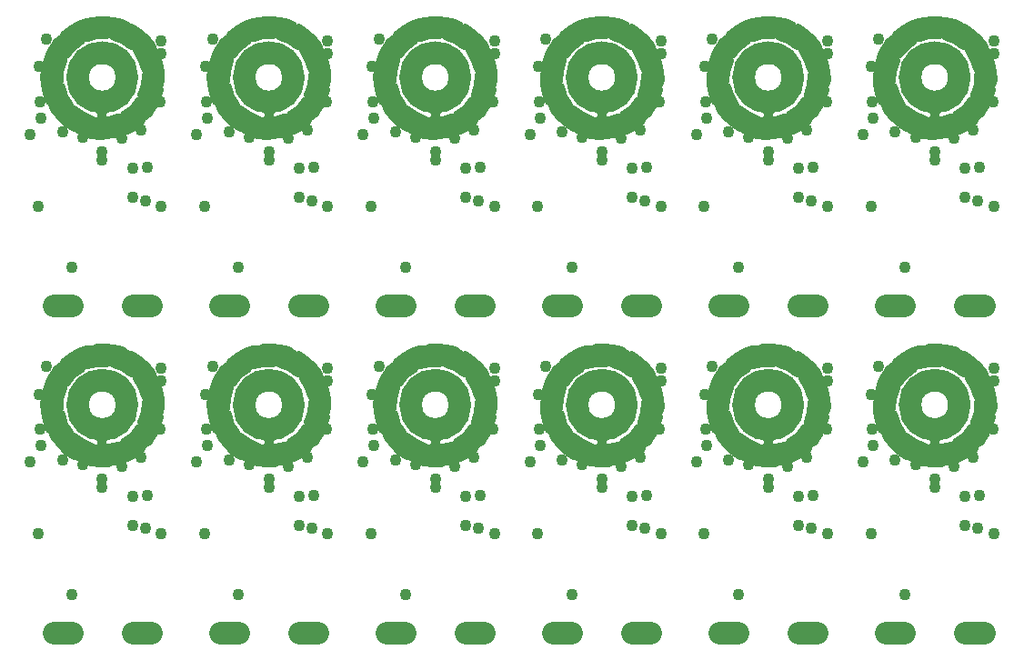
<source format=gbr>
%FSLAX34Y34*%
%MOMM*%
%LNSOLDERMASK_TOP*%
G71*
G01*
%ADD10C, 1.100*%
%ADD11C, 2.100*%
%ADD12C, 0.750*%
%ADD13R, 1.300X1.300*%
%LPD*%
X84000Y-116000D02*
G54D10*
D03*
X139000Y-50000D02*
G54D10*
D03*
X139000Y-62000D02*
G54D10*
D03*
X138000Y-107000D02*
G54D10*
D03*
X102000Y-141000D02*
G54D10*
D03*
X66000Y-140000D02*
G54D10*
D03*
X26000Y-107000D02*
G54D10*
D03*
X25000Y-74000D02*
G54D10*
D03*
X32000Y-48000D02*
G54D10*
D03*
G54D11*
X112500Y-296500D02*
X129500Y-296500D01*
G54D11*
X38500Y-296500D02*
X55500Y-296500D01*
X126000Y-168000D02*
G54D10*
D03*
X139000Y-204000D02*
G54D10*
D03*
X112000Y-196000D02*
G54D10*
D03*
X112000Y-169000D02*
G54D10*
D03*
X120000Y-133000D02*
G54D10*
D03*
X124000Y-199000D02*
G54D10*
D03*
X24500Y-204000D02*
G54D10*
D03*
X47000Y-135000D02*
G54D10*
D03*
X17000Y-137000D02*
G54D10*
D03*
X56000Y-261000D02*
G54D10*
D03*
X27000Y-122000D02*
G54D10*
D03*
X84000Y-153000D02*
G54D10*
D03*
X84000Y-161000D02*
G54D10*
D03*
G36*
X79958Y-123583D02*
X93964Y-136207D01*
X99059Y-136001D01*
X106599Y-133146D01*
X113418Y-129295D01*
X120292Y-123996D01*
X98350Y-121424D01*
X90205Y-123610D01*
X79958Y-123583D01*
G37*
G54D12*
X79958Y-123583D02*
X93964Y-136207D01*
X99059Y-136001D01*
X106599Y-133146D01*
X113418Y-129295D01*
X120292Y-123996D01*
X98350Y-121424D01*
X90205Y-123610D01*
X79958Y-123583D01*
G36*
X57453Y-113644D02*
X61364Y-132089D01*
X65607Y-134918D01*
X73385Y-137039D01*
X81165Y-137932D01*
X89841Y-137686D01*
X73602Y-122707D01*
X65728Y-119688D01*
X57453Y-113644D01*
G37*
G54D12*
X57453Y-113644D02*
X61364Y-132089D01*
X65607Y-134918D01*
X73385Y-137039D01*
X81165Y-137932D01*
X89841Y-137686D01*
X73602Y-122707D01*
X65728Y-119688D01*
X57453Y-113644D01*
G36*
X45125Y-92236D02*
X37448Y-109457D01*
X39217Y-114239D01*
X44263Y-120527D01*
X50033Y-125823D01*
X57196Y-130724D01*
X52863Y-109061D01*
X48266Y-101990D01*
X45125Y-92236D01*
G37*
G54D12*
X45125Y-92236D02*
X37448Y-109457D01*
X39217Y-114239D01*
X44263Y-120527D01*
X50033Y-125823D01*
X57196Y-130724D01*
X52863Y-109061D01*
X48266Y-101990D01*
X45125Y-92236D01*
G36*
X47406Y-68038D02*
X31072Y-77457D01*
X29693Y-82366D01*
X30079Y-90419D01*
X31634Y-98095D01*
X34549Y-106270D01*
X43776Y-86197D01*
X44214Y-77775D01*
X47406Y-68038D01*
G37*
G54D12*
X47406Y-68038D02*
X31072Y-77457D01*
X29693Y-82366D01*
X30079Y-90419D01*
X31634Y-98095D01*
X34549Y-106270D01*
X43776Y-86197D01*
X44214Y-77775D01*
X47406Y-68038D01*
G36*
X64130Y-49616D02*
X45379Y-47636D01*
X41378Y-50796D01*
X36956Y-57538D01*
X33703Y-64662D01*
X31256Y-72989D01*
X50520Y-62174D01*
X55824Y-55617D01*
X64130Y-49616D01*
G37*
G54D12*
X64130Y-49616D02*
X45379Y-47636D01*
X41378Y-50796D01*
X36956Y-57538D01*
X33703Y-64662D01*
X31256Y-72989D01*
X50520Y-62174D01*
X55824Y-55617D01*
X64130Y-49616D01*
G36*
X88057Y-44430D02*
X74051Y-31806D01*
X68956Y-32012D01*
X61416Y-34867D01*
X54597Y-38718D01*
X47723Y-44016D01*
X69664Y-46589D01*
X77810Y-44403D01*
X88057Y-44430D01*
G37*
G54D12*
X88057Y-44430D02*
X74051Y-31806D01*
X68956Y-32012D01*
X61416Y-34867D01*
X54597Y-38718D01*
X47723Y-44016D01*
X69664Y-46589D01*
X77810Y-44403D01*
X88057Y-44430D01*
G36*
X110572Y-54474D02*
X106662Y-36029D01*
X102419Y-33201D01*
X94641Y-31079D01*
X86860Y-30187D01*
X78185Y-30432D01*
X94424Y-45411D01*
X102298Y-48430D01*
X110572Y-54474D01*
G37*
G54D12*
X110572Y-54474D02*
X106662Y-36029D01*
X102419Y-33201D01*
X94641Y-31079D01*
X86860Y-30187D01*
X78185Y-30432D01*
X94424Y-45411D01*
X102298Y-48430D01*
X110572Y-54474D01*
G36*
X123093Y-75266D02*
X130830Y-58172D01*
X129094Y-53671D01*
X124048Y-47383D01*
X118279Y-42088D01*
X111116Y-37187D01*
X115449Y-58850D01*
X120045Y-65921D01*
X123093Y-75266D01*
G37*
G54D12*
X123093Y-75266D02*
X130830Y-58172D01*
X129094Y-53671D01*
X124048Y-47383D01*
X118279Y-42088D01*
X111116Y-37187D01*
X115449Y-58850D01*
X120045Y-65921D01*
X123093Y-75266D01*
G36*
X120373Y-100042D02*
X136706Y-90622D01*
X138085Y-85713D01*
X137699Y-77660D01*
X136144Y-69985D01*
X133229Y-61810D01*
X124002Y-81882D01*
X123564Y-90304D01*
X120373Y-100042D01*
G37*
G54D12*
X120373Y-100042D02*
X136706Y-90622D01*
X138085Y-85713D01*
X137699Y-77660D01*
X136144Y-69985D01*
X133229Y-61810D01*
X124002Y-81882D01*
X123564Y-90304D01*
X120373Y-100042D01*
G36*
X103885Y-118398D02*
X122636Y-120377D01*
X126637Y-117217D01*
X131058Y-110475D01*
X134312Y-103351D01*
X136759Y-95024D01*
X117495Y-105840D01*
X112191Y-112396D01*
X103885Y-118398D01*
G37*
G54D12*
X103885Y-118398D02*
X122636Y-120377D01*
X126637Y-117217D01*
X131058Y-110475D01*
X134312Y-103351D01*
X136759Y-95024D01*
X117495Y-105840D01*
X112191Y-112396D01*
X103885Y-118398D01*
X122000Y-111000D02*
G54D13*
D03*
X131000Y-82000D02*
G54D13*
D03*
X122000Y-56000D02*
G54D13*
D03*
X98000Y-39000D02*
G54D13*
D03*
X69000Y-39000D02*
G54D13*
D03*
X46000Y-57000D02*
G54D13*
D03*
X37000Y-84000D02*
G54D13*
D03*
X47000Y-111000D02*
G54D13*
D03*
X70000Y-128000D02*
G54D13*
D03*
X99000Y-128000D02*
G54D13*
D03*
G54D11*
G75*
G01X107000Y-84000D02*
G03X107000Y-84000I-23000J0D01*
G01*
X239000Y-116000D02*
G54D10*
D03*
X294000Y-50000D02*
G54D10*
D03*
X294000Y-62000D02*
G54D10*
D03*
X293000Y-107000D02*
G54D10*
D03*
X257000Y-141000D02*
G54D10*
D03*
X221000Y-140000D02*
G54D10*
D03*
X181000Y-107000D02*
G54D10*
D03*
X180000Y-74000D02*
G54D10*
D03*
X187000Y-48000D02*
G54D10*
D03*
G54D11*
X267500Y-296500D02*
X284500Y-296500D01*
G54D11*
X193500Y-296500D02*
X210500Y-296500D01*
X281000Y-168000D02*
G54D10*
D03*
X294000Y-204000D02*
G54D10*
D03*
X267000Y-196000D02*
G54D10*
D03*
X267000Y-169000D02*
G54D10*
D03*
X275000Y-133000D02*
G54D10*
D03*
X279000Y-199000D02*
G54D10*
D03*
X179500Y-204000D02*
G54D10*
D03*
X202000Y-135000D02*
G54D10*
D03*
X172000Y-137000D02*
G54D10*
D03*
X211000Y-261000D02*
G54D10*
D03*
X182000Y-122000D02*
G54D10*
D03*
X239000Y-153000D02*
G54D10*
D03*
X239000Y-161000D02*
G54D10*
D03*
G36*
X234958Y-123583D02*
X248964Y-136207D01*
X254059Y-136001D01*
X261599Y-133146D01*
X268418Y-129295D01*
X275292Y-123996D01*
X253350Y-121424D01*
X245205Y-123610D01*
X234958Y-123583D01*
G37*
G54D12*
X234958Y-123583D02*
X248964Y-136207D01*
X254059Y-136001D01*
X261599Y-133146D01*
X268418Y-129295D01*
X275292Y-123996D01*
X253350Y-121424D01*
X245205Y-123610D01*
X234958Y-123583D01*
G36*
X212453Y-113644D02*
X216364Y-132089D01*
X220607Y-134918D01*
X228385Y-137039D01*
X236165Y-137932D01*
X244841Y-137686D01*
X228602Y-122707D01*
X220728Y-119688D01*
X212453Y-113644D01*
G37*
G54D12*
X212453Y-113644D02*
X216364Y-132089D01*
X220607Y-134918D01*
X228385Y-137039D01*
X236165Y-137932D01*
X244841Y-137686D01*
X228602Y-122707D01*
X220728Y-119688D01*
X212453Y-113644D01*
G36*
X200125Y-92236D02*
X192448Y-109457D01*
X194217Y-114239D01*
X199263Y-120527D01*
X205033Y-125823D01*
X212196Y-130724D01*
X207863Y-109061D01*
X203266Y-101990D01*
X200125Y-92236D01*
G37*
G54D12*
X200125Y-92236D02*
X192448Y-109457D01*
X194217Y-114239D01*
X199263Y-120527D01*
X205033Y-125823D01*
X212196Y-130724D01*
X207863Y-109061D01*
X203266Y-101990D01*
X200125Y-92236D01*
G36*
X202406Y-68038D02*
X186072Y-77457D01*
X184693Y-82366D01*
X185079Y-90419D01*
X186634Y-98095D01*
X189549Y-106270D01*
X198776Y-86197D01*
X199214Y-77775D01*
X202406Y-68038D01*
G37*
G54D12*
X202406Y-68038D02*
X186072Y-77457D01*
X184693Y-82366D01*
X185079Y-90419D01*
X186634Y-98095D01*
X189549Y-106270D01*
X198776Y-86197D01*
X199214Y-77775D01*
X202406Y-68038D01*
G36*
X219130Y-49616D02*
X200379Y-47636D01*
X196378Y-50796D01*
X191956Y-57538D01*
X188703Y-64662D01*
X186256Y-72989D01*
X205520Y-62174D01*
X210824Y-55617D01*
X219130Y-49616D01*
G37*
G54D12*
X219130Y-49616D02*
X200379Y-47636D01*
X196378Y-50796D01*
X191956Y-57538D01*
X188703Y-64662D01*
X186256Y-72989D01*
X205520Y-62174D01*
X210824Y-55617D01*
X219130Y-49616D01*
G36*
X243057Y-44430D02*
X229051Y-31806D01*
X223956Y-32012D01*
X216416Y-34867D01*
X209597Y-38718D01*
X202723Y-44016D01*
X224664Y-46589D01*
X232810Y-44403D01*
X243057Y-44430D01*
G37*
G54D12*
X243057Y-44430D02*
X229051Y-31806D01*
X223956Y-32012D01*
X216416Y-34867D01*
X209597Y-38718D01*
X202723Y-44016D01*
X224664Y-46589D01*
X232810Y-44403D01*
X243057Y-44430D01*
G36*
X265572Y-54474D02*
X261662Y-36029D01*
X257419Y-33201D01*
X249641Y-31079D01*
X241860Y-30187D01*
X233185Y-30433D01*
X249424Y-45411D01*
X257298Y-48430D01*
X265572Y-54474D01*
G37*
G54D12*
X265572Y-54474D02*
X261662Y-36029D01*
X257419Y-33201D01*
X249641Y-31079D01*
X241860Y-30187D01*
X233185Y-30433D01*
X249424Y-45411D01*
X257298Y-48430D01*
X265572Y-54474D01*
G36*
X278093Y-75266D02*
X285830Y-58172D01*
X284094Y-53671D01*
X279048Y-47383D01*
X273279Y-42088D01*
X266116Y-37187D01*
X270449Y-58850D01*
X275045Y-65921D01*
X278093Y-75266D01*
G37*
G54D12*
X278093Y-75266D02*
X285830Y-58172D01*
X284094Y-53671D01*
X279048Y-47383D01*
X273279Y-42088D01*
X266116Y-37187D01*
X270449Y-58850D01*
X275045Y-65921D01*
X278093Y-75266D01*
G36*
X275373Y-100042D02*
X291706Y-90622D01*
X293085Y-85713D01*
X292699Y-77660D01*
X291144Y-69985D01*
X288229Y-61810D01*
X279002Y-81882D01*
X278564Y-90304D01*
X275373Y-100042D01*
G37*
G54D12*
X275373Y-100042D02*
X291706Y-90622D01*
X293085Y-85713D01*
X292699Y-77660D01*
X291144Y-69985D01*
X288229Y-61810D01*
X279002Y-81882D01*
X278564Y-90304D01*
X275373Y-100042D01*
G36*
X258885Y-118398D02*
X277636Y-120377D01*
X281637Y-117217D01*
X286058Y-110475D01*
X289312Y-103351D01*
X291759Y-95024D01*
X272495Y-105840D01*
X267191Y-112396D01*
X258885Y-118398D01*
G37*
G54D12*
X258885Y-118398D02*
X277636Y-120377D01*
X281637Y-117217D01*
X286058Y-110475D01*
X289312Y-103351D01*
X291759Y-95024D01*
X272495Y-105840D01*
X267191Y-112396D01*
X258885Y-118398D01*
X277000Y-111000D02*
G54D13*
D03*
X286000Y-82000D02*
G54D13*
D03*
X277000Y-56000D02*
G54D13*
D03*
X253000Y-39000D02*
G54D13*
D03*
X224000Y-39000D02*
G54D13*
D03*
X201000Y-57000D02*
G54D13*
D03*
X192000Y-84000D02*
G54D13*
D03*
X202000Y-111000D02*
G54D13*
D03*
X225000Y-128000D02*
G54D13*
D03*
X254000Y-128000D02*
G54D13*
D03*
G54D11*
G75*
G01X262000Y-84000D02*
G03X262000Y-84000I-23000J0D01*
G01*
X394000Y-116000D02*
G54D10*
D03*
X449000Y-50000D02*
G54D10*
D03*
X449000Y-62000D02*
G54D10*
D03*
X448000Y-107000D02*
G54D10*
D03*
X412000Y-141000D02*
G54D10*
D03*
X376000Y-140000D02*
G54D10*
D03*
X336000Y-107000D02*
G54D10*
D03*
X335000Y-74000D02*
G54D10*
D03*
X342000Y-48000D02*
G54D10*
D03*
G54D11*
X422500Y-296500D02*
X439500Y-296500D01*
G54D11*
X348500Y-296500D02*
X365500Y-296500D01*
X436000Y-168000D02*
G54D10*
D03*
X449000Y-204000D02*
G54D10*
D03*
X422000Y-196000D02*
G54D10*
D03*
X422000Y-169000D02*
G54D10*
D03*
X430000Y-133000D02*
G54D10*
D03*
X434000Y-199000D02*
G54D10*
D03*
X334500Y-204000D02*
G54D10*
D03*
X357000Y-135000D02*
G54D10*
D03*
X327000Y-137000D02*
G54D10*
D03*
X366000Y-261000D02*
G54D10*
D03*
X337000Y-122000D02*
G54D10*
D03*
X394000Y-153000D02*
G54D10*
D03*
X394000Y-161000D02*
G54D10*
D03*
G36*
X389958Y-123583D02*
X403964Y-136207D01*
X409059Y-136001D01*
X416599Y-133146D01*
X423418Y-129295D01*
X430292Y-123996D01*
X408350Y-121424D01*
X400205Y-123610D01*
X389958Y-123583D01*
G37*
G54D12*
X389958Y-123583D02*
X403964Y-136207D01*
X409059Y-136001D01*
X416599Y-133146D01*
X423418Y-129295D01*
X430292Y-123996D01*
X408350Y-121424D01*
X400205Y-123610D01*
X389958Y-123583D01*
G36*
X367453Y-113644D02*
X371364Y-132089D01*
X375607Y-134918D01*
X383385Y-137039D01*
X391165Y-137932D01*
X399841Y-137686D01*
X383602Y-122707D01*
X375728Y-119688D01*
X367453Y-113644D01*
G37*
G54D12*
X367453Y-113644D02*
X371364Y-132089D01*
X375607Y-134918D01*
X383385Y-137039D01*
X391165Y-137932D01*
X399841Y-137686D01*
X383602Y-122707D01*
X375728Y-119688D01*
X367453Y-113644D01*
G36*
X355125Y-92236D02*
X347448Y-109457D01*
X349217Y-114239D01*
X354263Y-120527D01*
X360033Y-125823D01*
X367196Y-130724D01*
X362863Y-109061D01*
X358266Y-101990D01*
X355125Y-92236D01*
G37*
G54D12*
X355125Y-92236D02*
X347448Y-109457D01*
X349217Y-114239D01*
X354263Y-120527D01*
X360033Y-125823D01*
X367196Y-130724D01*
X362863Y-109061D01*
X358266Y-101990D01*
X355125Y-92236D01*
G36*
X357406Y-68038D02*
X341072Y-77457D01*
X339693Y-82366D01*
X340079Y-90419D01*
X341634Y-98095D01*
X344549Y-106270D01*
X353776Y-86197D01*
X354214Y-77775D01*
X357406Y-68038D01*
G37*
G54D12*
X357406Y-68038D02*
X341072Y-77457D01*
X339693Y-82366D01*
X340079Y-90419D01*
X341634Y-98095D01*
X344549Y-106270D01*
X353776Y-86197D01*
X354214Y-77775D01*
X357406Y-68038D01*
G36*
X374130Y-49616D02*
X355379Y-47636D01*
X351378Y-50796D01*
X346956Y-57538D01*
X343703Y-64662D01*
X341256Y-72989D01*
X360520Y-62174D01*
X365824Y-55617D01*
X374130Y-49616D01*
G37*
G54D12*
X374130Y-49616D02*
X355379Y-47636D01*
X351378Y-50796D01*
X346956Y-57538D01*
X343703Y-64662D01*
X341256Y-72989D01*
X360520Y-62174D01*
X365824Y-55617D01*
X374130Y-49616D01*
G36*
X398057Y-44430D02*
X384051Y-31806D01*
X378956Y-32012D01*
X371416Y-34867D01*
X364597Y-38718D01*
X357723Y-44016D01*
X379664Y-46589D01*
X387810Y-44403D01*
X398057Y-44430D01*
G37*
G54D12*
X398057Y-44430D02*
X384051Y-31806D01*
X378956Y-32012D01*
X371416Y-34867D01*
X364597Y-38718D01*
X357723Y-44016D01*
X379664Y-46589D01*
X387810Y-44403D01*
X398057Y-44430D01*
G36*
X420572Y-54474D02*
X416662Y-36029D01*
X412419Y-33201D01*
X404641Y-31079D01*
X396860Y-30187D01*
X388185Y-30433D01*
X404424Y-45411D01*
X412298Y-48430D01*
X420572Y-54474D01*
G37*
G54D12*
X420572Y-54474D02*
X416662Y-36029D01*
X412419Y-33201D01*
X404641Y-31079D01*
X396860Y-30187D01*
X388185Y-30433D01*
X404424Y-45411D01*
X412298Y-48430D01*
X420572Y-54474D01*
G36*
X433094Y-75266D02*
X440830Y-58172D01*
X439094Y-53671D01*
X434048Y-47383D01*
X428279Y-42088D01*
X421116Y-37187D01*
X425449Y-58850D01*
X430045Y-65921D01*
X433094Y-75266D01*
G37*
G54D12*
X433094Y-75266D02*
X440830Y-58172D01*
X439094Y-53671D01*
X434048Y-47383D01*
X428279Y-42088D01*
X421116Y-37187D01*
X425449Y-58850D01*
X430045Y-65921D01*
X433094Y-75266D01*
G36*
X430373Y-100042D02*
X446706Y-90622D01*
X448086Y-85713D01*
X447700Y-77660D01*
X446144Y-69985D01*
X443230Y-61810D01*
X434002Y-81882D01*
X433564Y-90304D01*
X430373Y-100042D01*
G37*
G54D12*
X430373Y-100042D02*
X446706Y-90622D01*
X448086Y-85713D01*
X447700Y-77660D01*
X446144Y-69985D01*
X443230Y-61810D01*
X434002Y-81882D01*
X433564Y-90304D01*
X430373Y-100042D01*
G36*
X413885Y-118398D02*
X432636Y-120377D01*
X436637Y-117217D01*
X441058Y-110475D01*
X444312Y-103351D01*
X446759Y-95024D01*
X427495Y-105840D01*
X422191Y-112396D01*
X413885Y-118398D01*
G37*
G54D12*
X413885Y-118398D02*
X432636Y-120377D01*
X436637Y-117217D01*
X441058Y-110475D01*
X444312Y-103351D01*
X446759Y-95024D01*
X427495Y-105840D01*
X422191Y-112396D01*
X413885Y-118398D01*
X432000Y-111000D02*
G54D13*
D03*
X441000Y-82000D02*
G54D13*
D03*
X432000Y-56000D02*
G54D13*
D03*
X408000Y-39000D02*
G54D13*
D03*
X379000Y-39000D02*
G54D13*
D03*
X356000Y-57000D02*
G54D13*
D03*
X347000Y-84000D02*
G54D13*
D03*
X357000Y-111000D02*
G54D13*
D03*
X380000Y-128000D02*
G54D13*
D03*
X409000Y-128000D02*
G54D13*
D03*
G54D11*
G75*
G01X417000Y-84000D02*
G03X417000Y-84000I-23000J0D01*
G01*
X549000Y-116000D02*
G54D10*
D03*
X604000Y-50000D02*
G54D10*
D03*
X604000Y-62000D02*
G54D10*
D03*
X603000Y-107000D02*
G54D10*
D03*
X567000Y-141000D02*
G54D10*
D03*
X531000Y-140000D02*
G54D10*
D03*
X491000Y-107000D02*
G54D10*
D03*
X490000Y-74000D02*
G54D10*
D03*
X497000Y-48000D02*
G54D10*
D03*
G54D11*
X577500Y-296500D02*
X594500Y-296500D01*
G54D11*
X503500Y-296500D02*
X520500Y-296500D01*
X591000Y-168000D02*
G54D10*
D03*
X604000Y-204000D02*
G54D10*
D03*
X577000Y-196000D02*
G54D10*
D03*
X577000Y-169000D02*
G54D10*
D03*
X585000Y-133000D02*
G54D10*
D03*
X589000Y-199000D02*
G54D10*
D03*
X489500Y-204000D02*
G54D10*
D03*
X512000Y-135000D02*
G54D10*
D03*
X482000Y-137000D02*
G54D10*
D03*
X521000Y-261000D02*
G54D10*
D03*
X492000Y-122000D02*
G54D10*
D03*
X549000Y-153000D02*
G54D10*
D03*
X549000Y-161000D02*
G54D10*
D03*
G36*
X544958Y-123583D02*
X558964Y-136207D01*
X564059Y-136001D01*
X571599Y-133146D01*
X578418Y-129295D01*
X585292Y-123996D01*
X563350Y-121424D01*
X555205Y-123610D01*
X544958Y-123583D01*
G37*
G54D12*
X544958Y-123583D02*
X558964Y-136207D01*
X564059Y-136001D01*
X571599Y-133146D01*
X578418Y-129295D01*
X585292Y-123996D01*
X563350Y-121424D01*
X555205Y-123610D01*
X544958Y-123583D01*
G36*
X522453Y-113644D02*
X526364Y-132089D01*
X530607Y-134918D01*
X538385Y-137039D01*
X546165Y-137932D01*
X554841Y-137686D01*
X538602Y-122707D01*
X530728Y-119688D01*
X522453Y-113644D01*
G37*
G54D12*
X522453Y-113644D02*
X526364Y-132089D01*
X530607Y-134918D01*
X538385Y-137039D01*
X546165Y-137932D01*
X554841Y-137686D01*
X538602Y-122707D01*
X530728Y-119688D01*
X522453Y-113644D01*
G36*
X510125Y-92236D02*
X502448Y-109457D01*
X504217Y-114239D01*
X509263Y-120527D01*
X515033Y-125823D01*
X522196Y-130724D01*
X517863Y-109061D01*
X513266Y-101990D01*
X510125Y-92236D01*
G37*
G54D12*
X510125Y-92236D02*
X502448Y-109457D01*
X504217Y-114239D01*
X509263Y-120527D01*
X515033Y-125823D01*
X522196Y-130724D01*
X517863Y-109061D01*
X513266Y-101990D01*
X510125Y-92236D01*
G36*
X512406Y-68038D02*
X496072Y-77457D01*
X494693Y-82366D01*
X495079Y-90419D01*
X496634Y-98095D01*
X499549Y-106270D01*
X508776Y-86197D01*
X509214Y-77775D01*
X512406Y-68038D01*
G37*
G54D12*
X512406Y-68038D02*
X496072Y-77457D01*
X494693Y-82366D01*
X495079Y-90419D01*
X496634Y-98095D01*
X499549Y-106270D01*
X508776Y-86197D01*
X509214Y-77775D01*
X512406Y-68038D01*
G36*
X529130Y-49616D02*
X510379Y-47636D01*
X506378Y-50796D01*
X501956Y-57538D01*
X498703Y-64662D01*
X496256Y-72989D01*
X515520Y-62174D01*
X520824Y-55617D01*
X529130Y-49616D01*
G37*
G54D12*
X529130Y-49616D02*
X510379Y-47636D01*
X506378Y-50796D01*
X501956Y-57538D01*
X498703Y-64662D01*
X496256Y-72989D01*
X515520Y-62174D01*
X520824Y-55617D01*
X529130Y-49616D01*
G36*
X553057Y-44430D02*
X539051Y-31806D01*
X533956Y-32012D01*
X526416Y-34867D01*
X519597Y-38718D01*
X512723Y-44016D01*
X534664Y-46589D01*
X542810Y-44403D01*
X553057Y-44430D01*
G37*
G54D12*
X553057Y-44430D02*
X539051Y-31806D01*
X533956Y-32012D01*
X526416Y-34867D01*
X519597Y-38718D01*
X512723Y-44016D01*
X534664Y-46589D01*
X542810Y-44403D01*
X553057Y-44430D01*
G36*
X575573Y-54474D02*
X571662Y-36029D01*
X567419Y-33201D01*
X559641Y-31079D01*
X551860Y-30187D01*
X543185Y-30433D01*
X559424Y-45411D01*
X567298Y-48430D01*
X575573Y-54474D01*
G37*
G54D12*
X575573Y-54474D02*
X571662Y-36029D01*
X567419Y-33201D01*
X559641Y-31079D01*
X551860Y-30187D01*
X543185Y-30433D01*
X559424Y-45411D01*
X567298Y-48430D01*
X575573Y-54474D01*
G36*
X588093Y-75266D02*
X595830Y-58172D01*
X594094Y-53671D01*
X589049Y-47383D01*
X583279Y-42088D01*
X576116Y-37187D01*
X580449Y-58850D01*
X585045Y-65921D01*
X588093Y-75266D01*
G37*
G54D12*
X588093Y-75266D02*
X595830Y-58172D01*
X594094Y-53671D01*
X589049Y-47383D01*
X583279Y-42088D01*
X576116Y-37187D01*
X580449Y-58850D01*
X585045Y-65921D01*
X588093Y-75266D01*
G36*
X585373Y-100042D02*
X601706Y-90622D01*
X603085Y-85713D01*
X602699Y-77660D01*
X601144Y-69985D01*
X598229Y-61810D01*
X589002Y-81882D01*
X588565Y-90304D01*
X585373Y-100042D01*
G37*
G54D12*
X585373Y-100042D02*
X601706Y-90622D01*
X603085Y-85713D01*
X602699Y-77660D01*
X601144Y-69985D01*
X598229Y-61810D01*
X589002Y-81882D01*
X588565Y-90304D01*
X585373Y-100042D01*
G36*
X568885Y-118398D02*
X587636Y-120377D01*
X591637Y-117217D01*
X596058Y-110475D01*
X599312Y-103351D01*
X601759Y-95024D01*
X582495Y-105840D01*
X577191Y-112396D01*
X568885Y-118398D01*
G37*
G54D12*
X568885Y-118398D02*
X587636Y-120377D01*
X591637Y-117217D01*
X596058Y-110475D01*
X599312Y-103351D01*
X601759Y-95024D01*
X582495Y-105840D01*
X577191Y-112396D01*
X568885Y-118398D01*
X587000Y-111000D02*
G54D13*
D03*
X596000Y-82000D02*
G54D13*
D03*
X587000Y-56000D02*
G54D13*
D03*
X563000Y-39000D02*
G54D13*
D03*
X534000Y-39000D02*
G54D13*
D03*
X511000Y-57000D02*
G54D13*
D03*
X502000Y-84000D02*
G54D13*
D03*
X512000Y-111000D02*
G54D13*
D03*
X535000Y-128000D02*
G54D13*
D03*
X564000Y-128000D02*
G54D13*
D03*
G54D11*
G75*
G01X572000Y-84000D02*
G03X572000Y-84000I-23000J0D01*
G01*
X704000Y-116000D02*
G54D10*
D03*
X759000Y-50000D02*
G54D10*
D03*
X759000Y-62000D02*
G54D10*
D03*
X758000Y-107000D02*
G54D10*
D03*
X722000Y-141000D02*
G54D10*
D03*
X686000Y-140000D02*
G54D10*
D03*
X646000Y-107000D02*
G54D10*
D03*
X645000Y-74000D02*
G54D10*
D03*
X652000Y-48000D02*
G54D10*
D03*
G54D11*
X732500Y-296500D02*
X749500Y-296500D01*
G54D11*
X658500Y-296500D02*
X675500Y-296500D01*
X746000Y-168000D02*
G54D10*
D03*
X759000Y-204000D02*
G54D10*
D03*
X732000Y-196000D02*
G54D10*
D03*
X732000Y-169000D02*
G54D10*
D03*
X740000Y-133000D02*
G54D10*
D03*
X744000Y-199000D02*
G54D10*
D03*
X644500Y-204000D02*
G54D10*
D03*
X667000Y-135000D02*
G54D10*
D03*
X637000Y-137000D02*
G54D10*
D03*
X676000Y-261000D02*
G54D10*
D03*
X647000Y-122000D02*
G54D10*
D03*
X704000Y-153000D02*
G54D10*
D03*
X704000Y-161000D02*
G54D10*
D03*
G36*
X699958Y-123583D02*
X713964Y-136207D01*
X719059Y-136001D01*
X726599Y-133146D01*
X733418Y-129295D01*
X740292Y-123996D01*
X718350Y-121424D01*
X710205Y-123610D01*
X699958Y-123583D01*
G37*
G54D12*
X699958Y-123583D02*
X713964Y-136207D01*
X719059Y-136001D01*
X726599Y-133146D01*
X733418Y-129295D01*
X740292Y-123996D01*
X718350Y-121424D01*
X710205Y-123610D01*
X699958Y-123583D01*
G36*
X677453Y-113644D02*
X681364Y-132089D01*
X685607Y-134918D01*
X693385Y-137039D01*
X701165Y-137932D01*
X709841Y-137686D01*
X693602Y-122707D01*
X685728Y-119688D01*
X677453Y-113644D01*
G37*
G54D12*
X677453Y-113644D02*
X681364Y-132089D01*
X685607Y-134918D01*
X693385Y-137039D01*
X701165Y-137932D01*
X709841Y-137686D01*
X693602Y-122707D01*
X685728Y-119688D01*
X677453Y-113644D01*
G36*
X665125Y-92236D02*
X657448Y-109457D01*
X659217Y-114239D01*
X664263Y-120527D01*
X670033Y-125823D01*
X677196Y-130724D01*
X672863Y-109061D01*
X668266Y-101990D01*
X665125Y-92236D01*
G37*
G54D12*
X665125Y-92236D02*
X657448Y-109457D01*
X659217Y-114239D01*
X664263Y-120527D01*
X670033Y-125823D01*
X677196Y-130724D01*
X672863Y-109061D01*
X668266Y-101990D01*
X665125Y-92236D01*
G36*
X667406Y-68038D02*
X651072Y-77457D01*
X649693Y-82366D01*
X650079Y-90419D01*
X651634Y-98095D01*
X654549Y-106270D01*
X663776Y-86197D01*
X664214Y-77775D01*
X667406Y-68038D01*
G37*
G54D12*
X667406Y-68038D02*
X651072Y-77457D01*
X649693Y-82366D01*
X650079Y-90419D01*
X651634Y-98095D01*
X654549Y-106270D01*
X663776Y-86197D01*
X664214Y-77775D01*
X667406Y-68038D01*
G36*
X684130Y-49616D02*
X665379Y-47636D01*
X661378Y-50796D01*
X656956Y-57538D01*
X653703Y-64662D01*
X651256Y-72989D01*
X670520Y-62174D01*
X675824Y-55617D01*
X684130Y-49616D01*
G37*
G54D12*
X684130Y-49616D02*
X665379Y-47636D01*
X661378Y-50796D01*
X656956Y-57538D01*
X653703Y-64662D01*
X651256Y-72989D01*
X670520Y-62174D01*
X675824Y-55617D01*
X684130Y-49616D01*
G36*
X708057Y-44430D02*
X694051Y-31806D01*
X688956Y-32012D01*
X681416Y-34867D01*
X674597Y-38718D01*
X667723Y-44016D01*
X689664Y-46589D01*
X697810Y-44403D01*
X708057Y-44430D01*
G37*
G54D12*
X708057Y-44430D02*
X694051Y-31806D01*
X688956Y-32012D01*
X681416Y-34867D01*
X674597Y-38718D01*
X667723Y-44016D01*
X689664Y-46589D01*
X697810Y-44403D01*
X708057Y-44430D01*
G36*
X730573Y-54474D02*
X726662Y-36029D01*
X722419Y-33201D01*
X714641Y-31079D01*
X706860Y-30187D01*
X698185Y-30432D01*
X714424Y-45411D01*
X722298Y-48430D01*
X730573Y-54474D01*
G37*
G54D12*
X730573Y-54474D02*
X726662Y-36029D01*
X722419Y-33201D01*
X714641Y-31079D01*
X706860Y-30187D01*
X698185Y-30432D01*
X714424Y-45411D01*
X722298Y-48430D01*
X730573Y-54474D01*
G36*
X743093Y-75266D02*
X750830Y-58172D01*
X749094Y-53671D01*
X744049Y-47383D01*
X738279Y-42088D01*
X731116Y-37187D01*
X735449Y-58850D01*
X740045Y-65921D01*
X743093Y-75266D01*
G37*
G54D12*
X743093Y-75266D02*
X750830Y-58172D01*
X749094Y-53671D01*
X744049Y-47383D01*
X738279Y-42088D01*
X731116Y-37187D01*
X735449Y-58850D01*
X740045Y-65921D01*
X743093Y-75266D01*
G36*
X740373Y-100042D02*
X756706Y-90622D01*
X758085Y-85713D01*
X757699Y-77660D01*
X756144Y-69985D01*
X753229Y-61810D01*
X744002Y-81882D01*
X743565Y-90304D01*
X740373Y-100042D01*
G37*
G54D12*
X740373Y-100042D02*
X756706Y-90622D01*
X758085Y-85713D01*
X757699Y-77660D01*
X756144Y-69985D01*
X753229Y-61810D01*
X744002Y-81882D01*
X743565Y-90304D01*
X740373Y-100042D01*
G36*
X723885Y-118398D02*
X742636Y-120377D01*
X746637Y-117217D01*
X751058Y-110475D01*
X754312Y-103351D01*
X756759Y-95024D01*
X737495Y-105840D01*
X732191Y-112396D01*
X723885Y-118398D01*
G37*
G54D12*
X723885Y-118398D02*
X742636Y-120377D01*
X746637Y-117217D01*
X751058Y-110475D01*
X754312Y-103351D01*
X756759Y-95024D01*
X737495Y-105840D01*
X732191Y-112396D01*
X723885Y-118398D01*
X742000Y-111000D02*
G54D13*
D03*
X751000Y-82000D02*
G54D13*
D03*
X742000Y-56000D02*
G54D13*
D03*
X718000Y-39000D02*
G54D13*
D03*
X689000Y-39000D02*
G54D13*
D03*
X666000Y-57000D02*
G54D13*
D03*
X657000Y-84000D02*
G54D13*
D03*
X667000Y-111000D02*
G54D13*
D03*
X690000Y-128000D02*
G54D13*
D03*
X719000Y-128000D02*
G54D13*
D03*
G54D11*
G75*
G01X727000Y-84000D02*
G03X727000Y-84000I-23000J0D01*
G01*
X859000Y-116000D02*
G54D10*
D03*
X914000Y-50000D02*
G54D10*
D03*
X914000Y-62000D02*
G54D10*
D03*
X913000Y-107000D02*
G54D10*
D03*
X877000Y-141000D02*
G54D10*
D03*
X841000Y-140000D02*
G54D10*
D03*
X801000Y-107000D02*
G54D10*
D03*
X800000Y-74000D02*
G54D10*
D03*
X807000Y-48000D02*
G54D10*
D03*
G54D11*
X887500Y-296500D02*
X904500Y-296500D01*
G54D11*
X813500Y-296500D02*
X830500Y-296500D01*
X901000Y-168000D02*
G54D10*
D03*
X914000Y-204000D02*
G54D10*
D03*
X887000Y-196000D02*
G54D10*
D03*
X887000Y-169000D02*
G54D10*
D03*
X895000Y-133000D02*
G54D10*
D03*
X899000Y-199000D02*
G54D10*
D03*
X799500Y-204000D02*
G54D10*
D03*
X822000Y-135000D02*
G54D10*
D03*
X792000Y-137000D02*
G54D10*
D03*
X831000Y-261000D02*
G54D10*
D03*
X802000Y-122000D02*
G54D10*
D03*
X859000Y-153000D02*
G54D10*
D03*
X859000Y-161000D02*
G54D10*
D03*
G36*
X854958Y-123583D02*
X868964Y-136207D01*
X874059Y-136001D01*
X881599Y-133146D01*
X888418Y-129295D01*
X895292Y-123996D01*
X873350Y-121424D01*
X865205Y-123610D01*
X854958Y-123583D01*
G37*
G54D12*
X854958Y-123583D02*
X868964Y-136207D01*
X874059Y-136001D01*
X881599Y-133146D01*
X888418Y-129295D01*
X895292Y-123996D01*
X873350Y-121424D01*
X865205Y-123610D01*
X854958Y-123583D01*
G36*
X832453Y-113644D02*
X836364Y-132089D01*
X840607Y-134918D01*
X848385Y-137039D01*
X856165Y-137932D01*
X864841Y-137686D01*
X848602Y-122707D01*
X840728Y-119688D01*
X832453Y-113644D01*
G37*
G54D12*
X832453Y-113644D02*
X836364Y-132089D01*
X840607Y-134918D01*
X848385Y-137039D01*
X856165Y-137932D01*
X864841Y-137686D01*
X848602Y-122707D01*
X840728Y-119688D01*
X832453Y-113644D01*
G36*
X820125Y-92236D02*
X812448Y-109457D01*
X814217Y-114239D01*
X819263Y-120527D01*
X825033Y-125823D01*
X832196Y-130724D01*
X827863Y-109061D01*
X823266Y-101990D01*
X820125Y-92236D01*
G37*
G54D12*
X820125Y-92236D02*
X812448Y-109457D01*
X814217Y-114239D01*
X819263Y-120527D01*
X825033Y-125823D01*
X832196Y-130724D01*
X827863Y-109061D01*
X823266Y-101990D01*
X820125Y-92236D01*
G36*
X822406Y-68038D02*
X806072Y-77457D01*
X804693Y-82366D01*
X805079Y-90419D01*
X806634Y-98095D01*
X809549Y-106270D01*
X818776Y-86197D01*
X819214Y-77775D01*
X822406Y-68038D01*
G37*
G54D12*
X822406Y-68038D02*
X806072Y-77457D01*
X804693Y-82366D01*
X805079Y-90419D01*
X806634Y-98095D01*
X809549Y-106270D01*
X818776Y-86197D01*
X819214Y-77775D01*
X822406Y-68038D01*
G36*
X839130Y-49616D02*
X820379Y-47636D01*
X816378Y-50796D01*
X811956Y-57538D01*
X808703Y-64662D01*
X806256Y-72989D01*
X825520Y-62174D01*
X830824Y-55617D01*
X839130Y-49616D01*
G37*
G54D12*
X839130Y-49616D02*
X820379Y-47636D01*
X816378Y-50796D01*
X811956Y-57538D01*
X808703Y-64662D01*
X806256Y-72989D01*
X825520Y-62174D01*
X830824Y-55617D01*
X839130Y-49616D01*
G36*
X863057Y-44430D02*
X849051Y-31806D01*
X843956Y-32012D01*
X836416Y-34867D01*
X829597Y-38718D01*
X822723Y-44016D01*
X844664Y-46589D01*
X852810Y-44403D01*
X863057Y-44430D01*
G37*
G54D12*
X863057Y-44430D02*
X849051Y-31806D01*
X843956Y-32012D01*
X836416Y-34867D01*
X829597Y-38718D01*
X822723Y-44016D01*
X844664Y-46589D01*
X852810Y-44403D01*
X863057Y-44430D01*
G36*
X885573Y-54474D02*
X881662Y-36029D01*
X877419Y-33201D01*
X869641Y-31079D01*
X861860Y-30187D01*
X853185Y-30432D01*
X869424Y-45411D01*
X877298Y-48430D01*
X885573Y-54474D01*
G37*
G54D12*
X885573Y-54474D02*
X881662Y-36029D01*
X877419Y-33201D01*
X869641Y-31079D01*
X861860Y-30187D01*
X853185Y-30432D01*
X869424Y-45411D01*
X877298Y-48430D01*
X885573Y-54474D01*
G36*
X898093Y-75266D02*
X905830Y-58172D01*
X904094Y-53671D01*
X899049Y-47383D01*
X893279Y-42088D01*
X886116Y-37187D01*
X890449Y-58850D01*
X895045Y-65921D01*
X898093Y-75266D01*
G37*
G54D12*
X898093Y-75266D02*
X905830Y-58172D01*
X904094Y-53671D01*
X899049Y-47383D01*
X893279Y-42088D01*
X886116Y-37187D01*
X890449Y-58850D01*
X895045Y-65921D01*
X898093Y-75266D01*
G36*
X895373Y-100042D02*
X911706Y-90622D01*
X913085Y-85713D01*
X912699Y-77660D01*
X911144Y-69985D01*
X908229Y-61810D01*
X899002Y-81882D01*
X898565Y-90304D01*
X895373Y-100042D01*
G37*
G54D12*
X895373Y-100042D02*
X911706Y-90622D01*
X913085Y-85713D01*
X912699Y-77660D01*
X911144Y-69985D01*
X908229Y-61810D01*
X899002Y-81882D01*
X898565Y-90304D01*
X895373Y-100042D01*
G36*
X878885Y-118398D02*
X897636Y-120377D01*
X901637Y-117217D01*
X906058Y-110475D01*
X909312Y-103351D01*
X911759Y-95024D01*
X892495Y-105840D01*
X887191Y-112396D01*
X878885Y-118398D01*
G37*
G54D12*
X878885Y-118398D02*
X897636Y-120377D01*
X901637Y-117217D01*
X906058Y-110475D01*
X909312Y-103351D01*
X911759Y-95024D01*
X892495Y-105840D01*
X887191Y-112396D01*
X878885Y-118398D01*
X897000Y-111000D02*
G54D13*
D03*
X906000Y-82000D02*
G54D13*
D03*
X897000Y-56000D02*
G54D13*
D03*
X873000Y-39000D02*
G54D13*
D03*
X844000Y-39000D02*
G54D13*
D03*
X821000Y-57000D02*
G54D13*
D03*
X812000Y-84000D02*
G54D13*
D03*
X822000Y-111000D02*
G54D13*
D03*
X845000Y-128000D02*
G54D13*
D03*
X874000Y-128000D02*
G54D13*
D03*
G54D11*
G75*
G01X882000Y-84000D02*
G03X882000Y-84000I-23000J0D01*
G01*
X84000Y-421000D02*
G54D10*
D03*
X139000Y-355000D02*
G54D10*
D03*
X139000Y-367000D02*
G54D10*
D03*
X138000Y-412000D02*
G54D10*
D03*
X102000Y-446000D02*
G54D10*
D03*
X66000Y-445000D02*
G54D10*
D03*
X26000Y-412000D02*
G54D10*
D03*
X25000Y-379000D02*
G54D10*
D03*
X32000Y-353000D02*
G54D10*
D03*
G54D11*
X112500Y-601500D02*
X129500Y-601500D01*
G54D11*
X38500Y-601500D02*
X55500Y-601500D01*
X126000Y-473000D02*
G54D10*
D03*
X139000Y-509000D02*
G54D10*
D03*
X112000Y-501000D02*
G54D10*
D03*
X112000Y-474000D02*
G54D10*
D03*
X120000Y-438000D02*
G54D10*
D03*
X124000Y-504000D02*
G54D10*
D03*
X24500Y-509000D02*
G54D10*
D03*
X47000Y-440000D02*
G54D10*
D03*
X17000Y-442000D02*
G54D10*
D03*
X56000Y-566000D02*
G54D10*
D03*
X27000Y-427000D02*
G54D10*
D03*
X84000Y-458000D02*
G54D10*
D03*
X84000Y-466000D02*
G54D10*
D03*
G36*
X79958Y-428583D02*
X93964Y-441207D01*
X99059Y-441001D01*
X106599Y-438146D01*
X113418Y-434295D01*
X120292Y-428996D01*
X98350Y-426424D01*
X90205Y-428610D01*
X79958Y-428583D01*
G37*
G54D12*
X79958Y-428583D02*
X93964Y-441207D01*
X99059Y-441001D01*
X106599Y-438146D01*
X113418Y-434295D01*
X120292Y-428996D01*
X98350Y-426424D01*
X90205Y-428610D01*
X79958Y-428583D01*
G36*
X57453Y-418644D02*
X61364Y-437089D01*
X65607Y-439918D01*
X73385Y-442039D01*
X81165Y-442932D01*
X89841Y-442686D01*
X73602Y-427707D01*
X65728Y-424688D01*
X57453Y-418644D01*
G37*
G54D12*
X57453Y-418644D02*
X61364Y-437089D01*
X65607Y-439918D01*
X73385Y-442039D01*
X81165Y-442932D01*
X89841Y-442686D01*
X73602Y-427707D01*
X65728Y-424688D01*
X57453Y-418644D01*
G36*
X45125Y-397236D02*
X37448Y-414457D01*
X39217Y-419239D01*
X44263Y-425528D01*
X50033Y-430823D01*
X57196Y-435724D01*
X52863Y-414061D01*
X48266Y-406990D01*
X45125Y-397236D01*
G37*
G54D12*
X45125Y-397236D02*
X37448Y-414457D01*
X39217Y-419239D01*
X44263Y-425528D01*
X50033Y-430823D01*
X57196Y-435724D01*
X52863Y-414061D01*
X48266Y-406990D01*
X45125Y-397236D01*
G36*
X47406Y-373038D02*
X31072Y-382457D01*
X29693Y-387366D01*
X30079Y-395419D01*
X31634Y-403095D01*
X34549Y-411270D01*
X43776Y-391197D01*
X44214Y-382775D01*
X47406Y-373038D01*
G37*
G54D12*
X47406Y-373038D02*
X31072Y-382457D01*
X29693Y-387366D01*
X30079Y-395419D01*
X31634Y-403095D01*
X34549Y-411270D01*
X43776Y-391197D01*
X44214Y-382775D01*
X47406Y-373038D01*
G36*
X64130Y-354616D02*
X45379Y-352636D01*
X41378Y-355796D01*
X36956Y-362538D01*
X33703Y-369662D01*
X31256Y-377989D01*
X50520Y-367174D01*
X55824Y-360618D01*
X64130Y-354616D01*
G37*
G54D12*
X64130Y-354616D02*
X45379Y-352636D01*
X41378Y-355796D01*
X36956Y-362538D01*
X33703Y-369662D01*
X31256Y-377989D01*
X50520Y-367174D01*
X55824Y-360618D01*
X64130Y-354616D01*
G36*
X88057Y-349430D02*
X74051Y-336806D01*
X68956Y-337012D01*
X61416Y-339867D01*
X54597Y-343718D01*
X47723Y-349016D01*
X69664Y-351589D01*
X77810Y-349403D01*
X88057Y-349430D01*
G37*
G54D12*
X88057Y-349430D02*
X74051Y-336806D01*
X68956Y-337012D01*
X61416Y-339867D01*
X54597Y-343718D01*
X47723Y-349016D01*
X69664Y-351589D01*
X77810Y-349403D01*
X88057Y-349430D01*
G36*
X110572Y-359474D02*
X106662Y-341029D01*
X102419Y-338201D01*
X94641Y-336079D01*
X86860Y-335187D01*
X78185Y-335432D01*
X94424Y-350411D01*
X102298Y-353430D01*
X110572Y-359474D01*
G37*
G54D12*
X110572Y-359474D02*
X106662Y-341029D01*
X102419Y-338201D01*
X94641Y-336079D01*
X86860Y-335187D01*
X78185Y-335432D01*
X94424Y-350411D01*
X102298Y-353430D01*
X110572Y-359474D01*
G36*
X123093Y-380266D02*
X130830Y-363172D01*
X129094Y-358672D01*
X124048Y-352383D01*
X118279Y-347088D01*
X111116Y-342187D01*
X115449Y-363850D01*
X120045Y-370921D01*
X123093Y-380266D01*
G37*
G54D12*
X123093Y-380266D02*
X130830Y-363172D01*
X129094Y-358672D01*
X124048Y-352383D01*
X118279Y-347088D01*
X111116Y-342187D01*
X115449Y-363850D01*
X120045Y-370921D01*
X123093Y-380266D01*
G36*
X120373Y-405042D02*
X136706Y-395622D01*
X138085Y-390713D01*
X137699Y-382660D01*
X136144Y-374985D01*
X133229Y-366810D01*
X124002Y-386882D01*
X123564Y-395304D01*
X120373Y-405042D01*
G37*
G54D12*
X120373Y-405042D02*
X136706Y-395622D01*
X138085Y-390713D01*
X137699Y-382660D01*
X136144Y-374985D01*
X133229Y-366810D01*
X124002Y-386882D01*
X123564Y-395304D01*
X120373Y-405042D01*
G36*
X103885Y-423398D02*
X122636Y-425378D01*
X126637Y-422217D01*
X131058Y-415475D01*
X134312Y-408351D01*
X136759Y-400024D01*
X117495Y-410840D01*
X112191Y-417396D01*
X103885Y-423398D01*
G37*
G54D12*
X103885Y-423398D02*
X122636Y-425378D01*
X126637Y-422217D01*
X131058Y-415475D01*
X134312Y-408351D01*
X136759Y-400024D01*
X117495Y-410840D01*
X112191Y-417396D01*
X103885Y-423398D01*
X122000Y-416000D02*
G54D13*
D03*
X131000Y-387000D02*
G54D13*
D03*
X122000Y-361000D02*
G54D13*
D03*
X98000Y-344000D02*
G54D13*
D03*
X69000Y-344000D02*
G54D13*
D03*
X46000Y-362000D02*
G54D13*
D03*
X37000Y-389000D02*
G54D13*
D03*
X47000Y-416000D02*
G54D13*
D03*
X70000Y-433000D02*
G54D13*
D03*
X99000Y-433000D02*
G54D13*
D03*
G54D11*
G75*
G01X107000Y-389000D02*
G03X107000Y-389000I-23000J0D01*
G01*
X239000Y-421000D02*
G54D10*
D03*
X294000Y-355000D02*
G54D10*
D03*
X294000Y-367000D02*
G54D10*
D03*
X293000Y-412000D02*
G54D10*
D03*
X257000Y-446000D02*
G54D10*
D03*
X221000Y-445000D02*
G54D10*
D03*
X181000Y-412000D02*
G54D10*
D03*
X180000Y-379000D02*
G54D10*
D03*
X187000Y-353000D02*
G54D10*
D03*
G54D11*
X267500Y-601500D02*
X284500Y-601500D01*
G54D11*
X193500Y-601500D02*
X210500Y-601500D01*
X281000Y-473000D02*
G54D10*
D03*
X294000Y-509000D02*
G54D10*
D03*
X267000Y-501000D02*
G54D10*
D03*
X267000Y-474000D02*
G54D10*
D03*
X275000Y-438000D02*
G54D10*
D03*
X279000Y-504000D02*
G54D10*
D03*
X179500Y-509000D02*
G54D10*
D03*
X202000Y-440000D02*
G54D10*
D03*
X172000Y-442000D02*
G54D10*
D03*
X211000Y-566000D02*
G54D10*
D03*
X182000Y-427000D02*
G54D10*
D03*
X239000Y-458000D02*
G54D10*
D03*
X239000Y-466000D02*
G54D10*
D03*
G36*
X234958Y-428583D02*
X248964Y-441207D01*
X254059Y-441001D01*
X261599Y-438146D01*
X268418Y-434295D01*
X275292Y-428996D01*
X253350Y-426424D01*
X245205Y-428610D01*
X234958Y-428583D01*
G37*
G54D12*
X234958Y-428583D02*
X248964Y-441207D01*
X254059Y-441001D01*
X261599Y-438146D01*
X268418Y-434295D01*
X275292Y-428996D01*
X253350Y-426424D01*
X245205Y-428610D01*
X234958Y-428583D01*
G36*
X212453Y-418644D02*
X216364Y-437089D01*
X220607Y-439918D01*
X228385Y-442039D01*
X236165Y-442932D01*
X244841Y-442686D01*
X228602Y-427707D01*
X220728Y-424688D01*
X212453Y-418644D01*
G37*
G54D12*
X212453Y-418644D02*
X216364Y-437089D01*
X220607Y-439918D01*
X228385Y-442039D01*
X236165Y-442932D01*
X244841Y-442686D01*
X228602Y-427707D01*
X220728Y-424688D01*
X212453Y-418644D01*
G36*
X200125Y-397236D02*
X192448Y-414457D01*
X194217Y-419239D01*
X199263Y-425528D01*
X205033Y-430823D01*
X212196Y-435724D01*
X207863Y-414061D01*
X203266Y-406990D01*
X200125Y-397236D01*
G37*
G54D12*
X200125Y-397236D02*
X192448Y-414457D01*
X194217Y-419239D01*
X199263Y-425528D01*
X205033Y-430823D01*
X212196Y-435724D01*
X207863Y-414061D01*
X203266Y-406990D01*
X200125Y-397236D01*
G36*
X202406Y-373038D02*
X186072Y-382457D01*
X184693Y-387366D01*
X185079Y-395419D01*
X186634Y-403095D01*
X189549Y-411270D01*
X198776Y-391197D01*
X199214Y-382775D01*
X202406Y-373038D01*
G37*
G54D12*
X202406Y-373038D02*
X186072Y-382457D01*
X184693Y-387366D01*
X185079Y-395419D01*
X186634Y-403095D01*
X189549Y-411270D01*
X198776Y-391197D01*
X199214Y-382775D01*
X202406Y-373038D01*
G36*
X219130Y-354616D02*
X200379Y-352636D01*
X196378Y-355796D01*
X191956Y-362538D01*
X188703Y-369662D01*
X186256Y-377989D01*
X205520Y-367174D01*
X210824Y-360618D01*
X219130Y-354616D01*
G37*
G54D12*
X219130Y-354616D02*
X200379Y-352636D01*
X196378Y-355796D01*
X191956Y-362538D01*
X188703Y-369662D01*
X186256Y-377989D01*
X205520Y-367174D01*
X210824Y-360618D01*
X219130Y-354616D01*
G36*
X243057Y-349430D02*
X229051Y-336806D01*
X223956Y-337012D01*
X216416Y-339867D01*
X209597Y-343718D01*
X202723Y-349016D01*
X224664Y-351589D01*
X232810Y-349403D01*
X243057Y-349430D01*
G37*
G54D12*
X243057Y-349430D02*
X229051Y-336806D01*
X223956Y-337012D01*
X216416Y-339867D01*
X209597Y-343718D01*
X202723Y-349016D01*
X224664Y-351589D01*
X232810Y-349403D01*
X243057Y-349430D01*
G36*
X265572Y-359474D02*
X261662Y-341029D01*
X257419Y-338201D01*
X249641Y-336079D01*
X241860Y-335187D01*
X233185Y-335432D01*
X249424Y-350411D01*
X257298Y-353430D01*
X265572Y-359474D01*
G37*
G54D12*
X265572Y-359474D02*
X261662Y-341029D01*
X257419Y-338201D01*
X249641Y-336079D01*
X241860Y-335187D01*
X233185Y-335432D01*
X249424Y-350411D01*
X257298Y-353430D01*
X265572Y-359474D01*
G36*
X278093Y-380266D02*
X285830Y-363172D01*
X284094Y-358672D01*
X279048Y-352383D01*
X273279Y-347088D01*
X266116Y-342187D01*
X270449Y-363850D01*
X275045Y-370921D01*
X278093Y-380266D01*
G37*
G54D12*
X278093Y-380266D02*
X285830Y-363172D01*
X284094Y-358672D01*
X279048Y-352383D01*
X273279Y-347088D01*
X266116Y-342187D01*
X270449Y-363850D01*
X275045Y-370921D01*
X278093Y-380266D01*
G36*
X275373Y-405042D02*
X291706Y-395622D01*
X293085Y-390713D01*
X292699Y-382660D01*
X291144Y-374985D01*
X288229Y-366810D01*
X279002Y-386882D01*
X278564Y-395304D01*
X275373Y-405042D01*
G37*
G54D12*
X275373Y-405042D02*
X291706Y-395622D01*
X293085Y-390713D01*
X292699Y-382660D01*
X291144Y-374985D01*
X288229Y-366810D01*
X279002Y-386882D01*
X278564Y-395304D01*
X275373Y-405042D01*
G36*
X258885Y-423398D02*
X277636Y-425378D01*
X281637Y-422217D01*
X286058Y-415475D01*
X289312Y-408351D01*
X291759Y-400024D01*
X272495Y-410840D01*
X267191Y-417396D01*
X258885Y-423398D01*
G37*
G54D12*
X258885Y-423398D02*
X277636Y-425378D01*
X281637Y-422217D01*
X286058Y-415475D01*
X289312Y-408351D01*
X291759Y-400024D01*
X272495Y-410840D01*
X267191Y-417396D01*
X258885Y-423398D01*
X277000Y-416000D02*
G54D13*
D03*
X286000Y-387000D02*
G54D13*
D03*
X277000Y-361000D02*
G54D13*
D03*
X253000Y-344000D02*
G54D13*
D03*
X224000Y-344000D02*
G54D13*
D03*
X201000Y-362000D02*
G54D13*
D03*
X192000Y-389000D02*
G54D13*
D03*
X202000Y-416000D02*
G54D13*
D03*
X225000Y-433000D02*
G54D13*
D03*
X254000Y-433000D02*
G54D13*
D03*
G54D11*
G75*
G01X262000Y-389000D02*
G03X262000Y-389000I-23000J0D01*
G01*
X394000Y-421000D02*
G54D10*
D03*
X449000Y-355000D02*
G54D10*
D03*
X449000Y-367000D02*
G54D10*
D03*
X448000Y-412000D02*
G54D10*
D03*
X412000Y-446000D02*
G54D10*
D03*
X376000Y-445000D02*
G54D10*
D03*
X336000Y-412000D02*
G54D10*
D03*
X335000Y-379000D02*
G54D10*
D03*
X342000Y-353000D02*
G54D10*
D03*
G54D11*
X422500Y-601500D02*
X439500Y-601500D01*
G54D11*
X348500Y-601500D02*
X365500Y-601500D01*
X436000Y-473000D02*
G54D10*
D03*
X449000Y-509000D02*
G54D10*
D03*
X422000Y-501000D02*
G54D10*
D03*
X422000Y-474000D02*
G54D10*
D03*
X430000Y-438000D02*
G54D10*
D03*
X434000Y-504000D02*
G54D10*
D03*
X334500Y-509000D02*
G54D10*
D03*
X357000Y-440000D02*
G54D10*
D03*
X327000Y-442000D02*
G54D10*
D03*
X366000Y-566000D02*
G54D10*
D03*
X337000Y-427000D02*
G54D10*
D03*
X394000Y-458000D02*
G54D10*
D03*
X394000Y-466000D02*
G54D10*
D03*
G36*
X389958Y-428583D02*
X403964Y-441207D01*
X409059Y-441001D01*
X416599Y-438146D01*
X423418Y-434295D01*
X430292Y-428996D01*
X408350Y-426424D01*
X400205Y-428610D01*
X389958Y-428583D01*
G37*
G54D12*
X389958Y-428583D02*
X403964Y-441207D01*
X409059Y-441001D01*
X416599Y-438146D01*
X423418Y-434295D01*
X430292Y-428996D01*
X408350Y-426424D01*
X400205Y-428610D01*
X389958Y-428583D01*
G36*
X367453Y-418644D02*
X371364Y-437089D01*
X375607Y-439918D01*
X383385Y-442039D01*
X391165Y-442932D01*
X399841Y-442686D01*
X383602Y-427707D01*
X375728Y-424688D01*
X367453Y-418644D01*
G37*
G54D12*
X367453Y-418644D02*
X371364Y-437089D01*
X375607Y-439918D01*
X383385Y-442039D01*
X391165Y-442932D01*
X399841Y-442686D01*
X383602Y-427707D01*
X375728Y-424688D01*
X367453Y-418644D01*
G36*
X355125Y-397236D02*
X347448Y-414457D01*
X349217Y-419239D01*
X354263Y-425528D01*
X360033Y-430823D01*
X367196Y-435724D01*
X362863Y-414061D01*
X358266Y-406990D01*
X355125Y-397236D01*
G37*
G54D12*
X355125Y-397236D02*
X347448Y-414457D01*
X349217Y-419239D01*
X354263Y-425528D01*
X360033Y-430823D01*
X367196Y-435724D01*
X362863Y-414061D01*
X358266Y-406990D01*
X355125Y-397236D01*
G36*
X357406Y-373038D02*
X341072Y-382457D01*
X339693Y-387366D01*
X340079Y-395419D01*
X341634Y-403095D01*
X344549Y-411270D01*
X353776Y-391197D01*
X354214Y-382775D01*
X357406Y-373038D01*
G37*
G54D12*
X357406Y-373038D02*
X341072Y-382457D01*
X339693Y-387366D01*
X340079Y-395419D01*
X341634Y-403095D01*
X344549Y-411270D01*
X353776Y-391197D01*
X354214Y-382775D01*
X357406Y-373038D01*
G36*
X374130Y-354616D02*
X355379Y-352636D01*
X351378Y-355796D01*
X346956Y-362538D01*
X343703Y-369662D01*
X341256Y-377989D01*
X360520Y-367174D01*
X365824Y-360618D01*
X374130Y-354616D01*
G37*
G54D12*
X374130Y-354616D02*
X355379Y-352636D01*
X351378Y-355796D01*
X346956Y-362538D01*
X343703Y-369662D01*
X341256Y-377989D01*
X360520Y-367174D01*
X365824Y-360618D01*
X374130Y-354616D01*
G36*
X398057Y-349430D02*
X384051Y-336806D01*
X378956Y-337012D01*
X371416Y-339867D01*
X364597Y-343718D01*
X357723Y-349016D01*
X379664Y-351589D01*
X387810Y-349403D01*
X398057Y-349430D01*
G37*
G54D12*
X398057Y-349430D02*
X384051Y-336806D01*
X378956Y-337012D01*
X371416Y-339867D01*
X364597Y-343718D01*
X357723Y-349016D01*
X379664Y-351589D01*
X387810Y-349403D01*
X398057Y-349430D01*
G36*
X420572Y-359474D02*
X416662Y-341029D01*
X412419Y-338201D01*
X404641Y-336079D01*
X396860Y-335187D01*
X388185Y-335432D01*
X404424Y-350411D01*
X412298Y-353430D01*
X420572Y-359474D01*
G37*
G54D12*
X420572Y-359474D02*
X416662Y-341029D01*
X412419Y-338201D01*
X404641Y-336079D01*
X396860Y-335187D01*
X388185Y-335432D01*
X404424Y-350411D01*
X412298Y-353430D01*
X420572Y-359474D01*
G36*
X433094Y-380266D02*
X440830Y-363172D01*
X439094Y-358672D01*
X434048Y-352383D01*
X428279Y-347088D01*
X421116Y-342187D01*
X425449Y-363850D01*
X430045Y-370921D01*
X433094Y-380266D01*
G37*
G54D12*
X433094Y-380266D02*
X440830Y-363172D01*
X439094Y-358672D01*
X434048Y-352383D01*
X428279Y-347088D01*
X421116Y-342187D01*
X425449Y-363850D01*
X430045Y-370921D01*
X433094Y-380266D01*
G36*
X430373Y-405042D02*
X446706Y-395622D01*
X448086Y-390713D01*
X447700Y-382660D01*
X446144Y-374985D01*
X443230Y-366810D01*
X434002Y-386882D01*
X433564Y-395304D01*
X430373Y-405042D01*
G37*
G54D12*
X430373Y-405042D02*
X446706Y-395622D01*
X448086Y-390713D01*
X447700Y-382660D01*
X446144Y-374985D01*
X443230Y-366810D01*
X434002Y-386882D01*
X433564Y-395304D01*
X430373Y-405042D01*
G36*
X413885Y-423398D02*
X432636Y-425378D01*
X436637Y-422217D01*
X441058Y-415475D01*
X444312Y-408351D01*
X446759Y-400024D01*
X427495Y-410840D01*
X422191Y-417396D01*
X413885Y-423398D01*
G37*
G54D12*
X413885Y-423398D02*
X432636Y-425378D01*
X436637Y-422217D01*
X441058Y-415475D01*
X444312Y-408351D01*
X446759Y-400024D01*
X427495Y-410840D01*
X422191Y-417396D01*
X413885Y-423398D01*
X432000Y-416000D02*
G54D13*
D03*
X441000Y-387000D02*
G54D13*
D03*
X432000Y-361000D02*
G54D13*
D03*
X408000Y-344000D02*
G54D13*
D03*
X379000Y-344000D02*
G54D13*
D03*
X356000Y-362000D02*
G54D13*
D03*
X347000Y-389000D02*
G54D13*
D03*
X357000Y-416000D02*
G54D13*
D03*
X380000Y-433000D02*
G54D13*
D03*
X409000Y-433000D02*
G54D13*
D03*
G54D11*
G75*
G01X417000Y-389000D02*
G03X417000Y-389000I-23000J0D01*
G01*
X549000Y-421000D02*
G54D10*
D03*
X604000Y-355000D02*
G54D10*
D03*
X604000Y-367000D02*
G54D10*
D03*
X603000Y-412000D02*
G54D10*
D03*
X567000Y-446000D02*
G54D10*
D03*
X531000Y-445000D02*
G54D10*
D03*
X491000Y-412000D02*
G54D10*
D03*
X490000Y-379000D02*
G54D10*
D03*
X497000Y-353000D02*
G54D10*
D03*
G54D11*
X577500Y-601500D02*
X594500Y-601500D01*
G54D11*
X503500Y-601500D02*
X520500Y-601500D01*
X591000Y-473000D02*
G54D10*
D03*
X604000Y-509000D02*
G54D10*
D03*
X577000Y-501000D02*
G54D10*
D03*
X577000Y-474000D02*
G54D10*
D03*
X585000Y-438000D02*
G54D10*
D03*
X589000Y-504000D02*
G54D10*
D03*
X489500Y-509000D02*
G54D10*
D03*
X512000Y-440000D02*
G54D10*
D03*
X482000Y-442000D02*
G54D10*
D03*
X521000Y-566000D02*
G54D10*
D03*
X492000Y-427000D02*
G54D10*
D03*
X549000Y-458000D02*
G54D10*
D03*
X549000Y-466000D02*
G54D10*
D03*
G36*
X544958Y-428583D02*
X558964Y-441207D01*
X564059Y-441001D01*
X571599Y-438146D01*
X578418Y-434295D01*
X585292Y-428996D01*
X563350Y-426424D01*
X555205Y-428610D01*
X544958Y-428583D01*
G37*
G54D12*
X544958Y-428583D02*
X558964Y-441207D01*
X564059Y-441001D01*
X571599Y-438146D01*
X578418Y-434295D01*
X585292Y-428996D01*
X563350Y-426424D01*
X555205Y-428610D01*
X544958Y-428583D01*
G36*
X522453Y-418644D02*
X526364Y-437089D01*
X530607Y-439918D01*
X538385Y-442039D01*
X546165Y-442932D01*
X554841Y-442686D01*
X538602Y-427707D01*
X530728Y-424688D01*
X522453Y-418644D01*
G37*
G54D12*
X522453Y-418644D02*
X526364Y-437089D01*
X530607Y-439918D01*
X538385Y-442039D01*
X546165Y-442932D01*
X554841Y-442686D01*
X538602Y-427707D01*
X530728Y-424688D01*
X522453Y-418644D01*
G36*
X510125Y-397236D02*
X502448Y-414457D01*
X504217Y-419239D01*
X509263Y-425528D01*
X515033Y-430823D01*
X522196Y-435724D01*
X517863Y-414061D01*
X513266Y-406990D01*
X510125Y-397236D01*
G37*
G54D12*
X510125Y-397236D02*
X502448Y-414457D01*
X504217Y-419239D01*
X509263Y-425528D01*
X515033Y-430823D01*
X522196Y-435724D01*
X517863Y-414061D01*
X513266Y-406990D01*
X510125Y-397236D01*
G36*
X512406Y-373038D02*
X496072Y-382457D01*
X494693Y-387366D01*
X495079Y-395419D01*
X496634Y-403095D01*
X499549Y-411270D01*
X508776Y-391197D01*
X509214Y-382775D01*
X512406Y-373038D01*
G37*
G54D12*
X512406Y-373038D02*
X496072Y-382457D01*
X494693Y-387366D01*
X495079Y-395419D01*
X496634Y-403095D01*
X499549Y-411270D01*
X508776Y-391197D01*
X509214Y-382775D01*
X512406Y-373038D01*
G36*
X529130Y-354616D02*
X510379Y-352636D01*
X506378Y-355796D01*
X501956Y-362538D01*
X498703Y-369662D01*
X496256Y-377989D01*
X515520Y-367174D01*
X520824Y-360618D01*
X529130Y-354616D01*
G37*
G54D12*
X529130Y-354616D02*
X510379Y-352636D01*
X506378Y-355796D01*
X501956Y-362538D01*
X498703Y-369662D01*
X496256Y-377989D01*
X515520Y-367174D01*
X520824Y-360618D01*
X529130Y-354616D01*
G36*
X553057Y-349430D02*
X539051Y-336806D01*
X533956Y-337012D01*
X526416Y-339867D01*
X519597Y-343718D01*
X512723Y-349016D01*
X534664Y-351589D01*
X542810Y-349403D01*
X553057Y-349430D01*
G37*
G54D12*
X553057Y-349430D02*
X539051Y-336806D01*
X533956Y-337012D01*
X526416Y-339867D01*
X519597Y-343718D01*
X512723Y-349016D01*
X534664Y-351589D01*
X542810Y-349403D01*
X553057Y-349430D01*
G36*
X575573Y-359474D02*
X571662Y-341029D01*
X567419Y-338201D01*
X559641Y-336079D01*
X551860Y-335187D01*
X543185Y-335432D01*
X559424Y-350411D01*
X567298Y-353430D01*
X575573Y-359474D01*
G37*
G54D12*
X575573Y-359474D02*
X571662Y-341029D01*
X567419Y-338201D01*
X559641Y-336079D01*
X551860Y-335187D01*
X543185Y-335432D01*
X559424Y-350411D01*
X567298Y-353430D01*
X575573Y-359474D01*
G36*
X588093Y-380266D02*
X595830Y-363172D01*
X594094Y-358672D01*
X589049Y-352383D01*
X583279Y-347088D01*
X576116Y-342187D01*
X580449Y-363850D01*
X585045Y-370921D01*
X588093Y-380266D01*
G37*
G54D12*
X588093Y-380266D02*
X595830Y-363172D01*
X594094Y-358672D01*
X589049Y-352383D01*
X583279Y-347088D01*
X576116Y-342187D01*
X580449Y-363850D01*
X585045Y-370921D01*
X588093Y-380266D01*
G36*
X585373Y-405042D02*
X601706Y-395622D01*
X603085Y-390713D01*
X602699Y-382660D01*
X601144Y-374985D01*
X598229Y-366810D01*
X589002Y-386882D01*
X588565Y-395304D01*
X585373Y-405042D01*
G37*
G54D12*
X585373Y-405042D02*
X601706Y-395622D01*
X603085Y-390713D01*
X602699Y-382660D01*
X601144Y-374985D01*
X598229Y-366810D01*
X589002Y-386882D01*
X588565Y-395304D01*
X585373Y-405042D01*
G36*
X568885Y-423398D02*
X587636Y-425378D01*
X591637Y-422217D01*
X596058Y-415475D01*
X599312Y-408351D01*
X601759Y-400024D01*
X582495Y-410840D01*
X577191Y-417396D01*
X568885Y-423398D01*
G37*
G54D12*
X568885Y-423398D02*
X587636Y-425378D01*
X591637Y-422217D01*
X596058Y-415475D01*
X599312Y-408351D01*
X601759Y-400024D01*
X582495Y-410840D01*
X577191Y-417396D01*
X568885Y-423398D01*
X587000Y-416000D02*
G54D13*
D03*
X596000Y-387000D02*
G54D13*
D03*
X587000Y-361000D02*
G54D13*
D03*
X563000Y-344000D02*
G54D13*
D03*
X534000Y-344000D02*
G54D13*
D03*
X511000Y-362000D02*
G54D13*
D03*
X502000Y-389000D02*
G54D13*
D03*
X512000Y-416000D02*
G54D13*
D03*
X535000Y-433000D02*
G54D13*
D03*
X564000Y-433000D02*
G54D13*
D03*
G54D11*
G75*
G01X572000Y-389000D02*
G03X572000Y-389000I-23000J0D01*
G01*
X704000Y-421000D02*
G54D10*
D03*
X759000Y-355000D02*
G54D10*
D03*
X759000Y-367000D02*
G54D10*
D03*
X758000Y-412000D02*
G54D10*
D03*
X722000Y-446000D02*
G54D10*
D03*
X686000Y-445000D02*
G54D10*
D03*
X646000Y-412000D02*
G54D10*
D03*
X645000Y-379000D02*
G54D10*
D03*
X652000Y-353000D02*
G54D10*
D03*
G54D11*
X732500Y-601500D02*
X749500Y-601500D01*
G54D11*
X658500Y-601500D02*
X675500Y-601500D01*
X746000Y-473000D02*
G54D10*
D03*
X759000Y-509000D02*
G54D10*
D03*
X732000Y-501000D02*
G54D10*
D03*
X732000Y-474000D02*
G54D10*
D03*
X740000Y-438000D02*
G54D10*
D03*
X744000Y-504000D02*
G54D10*
D03*
X644500Y-509000D02*
G54D10*
D03*
X667000Y-440000D02*
G54D10*
D03*
X637000Y-442000D02*
G54D10*
D03*
X676000Y-566000D02*
G54D10*
D03*
X647000Y-427000D02*
G54D10*
D03*
X704000Y-458000D02*
G54D10*
D03*
X704000Y-466000D02*
G54D10*
D03*
G36*
X699958Y-428583D02*
X713964Y-441207D01*
X719059Y-441001D01*
X726599Y-438146D01*
X733418Y-434295D01*
X740292Y-428996D01*
X718350Y-426424D01*
X710205Y-428610D01*
X699958Y-428583D01*
G37*
G54D12*
X699958Y-428583D02*
X713964Y-441207D01*
X719059Y-441001D01*
X726599Y-438146D01*
X733418Y-434295D01*
X740292Y-428996D01*
X718350Y-426424D01*
X710205Y-428610D01*
X699958Y-428583D01*
G36*
X677453Y-418644D02*
X681364Y-437089D01*
X685607Y-439918D01*
X693385Y-442039D01*
X701165Y-442932D01*
X709841Y-442686D01*
X693602Y-427707D01*
X685728Y-424688D01*
X677453Y-418644D01*
G37*
G54D12*
X677453Y-418644D02*
X681364Y-437089D01*
X685607Y-439918D01*
X693385Y-442039D01*
X701165Y-442932D01*
X709841Y-442686D01*
X693602Y-427707D01*
X685728Y-424688D01*
X677453Y-418644D01*
G36*
X665125Y-397236D02*
X657448Y-414457D01*
X659217Y-419239D01*
X664263Y-425528D01*
X670033Y-430823D01*
X677196Y-435724D01*
X672863Y-414061D01*
X668266Y-406990D01*
X665125Y-397236D01*
G37*
G54D12*
X665125Y-397236D02*
X657448Y-414457D01*
X659217Y-419239D01*
X664263Y-425528D01*
X670033Y-430823D01*
X677196Y-435724D01*
X672863Y-414061D01*
X668266Y-406990D01*
X665125Y-397236D01*
G36*
X667406Y-373038D02*
X651072Y-382457D01*
X649693Y-387366D01*
X650079Y-395419D01*
X651634Y-403095D01*
X654549Y-411270D01*
X663776Y-391197D01*
X664214Y-382775D01*
X667406Y-373038D01*
G37*
G54D12*
X667406Y-373038D02*
X651072Y-382457D01*
X649693Y-387366D01*
X650079Y-395419D01*
X651634Y-403095D01*
X654549Y-411270D01*
X663776Y-391197D01*
X664214Y-382775D01*
X667406Y-373038D01*
G36*
X684130Y-354616D02*
X665379Y-352636D01*
X661378Y-355796D01*
X656956Y-362538D01*
X653703Y-369662D01*
X651256Y-377989D01*
X670520Y-367174D01*
X675824Y-360618D01*
X684130Y-354616D01*
G37*
G54D12*
X684130Y-354616D02*
X665379Y-352636D01*
X661378Y-355796D01*
X656956Y-362538D01*
X653703Y-369662D01*
X651256Y-377989D01*
X670520Y-367174D01*
X675824Y-360618D01*
X684130Y-354616D01*
G36*
X708057Y-349430D02*
X694051Y-336806D01*
X688956Y-337012D01*
X681416Y-339867D01*
X674597Y-343718D01*
X667723Y-349016D01*
X689664Y-351589D01*
X697810Y-349403D01*
X708057Y-349430D01*
G37*
G54D12*
X708057Y-349430D02*
X694051Y-336806D01*
X688956Y-337012D01*
X681416Y-339867D01*
X674597Y-343718D01*
X667723Y-349016D01*
X689664Y-351589D01*
X697810Y-349403D01*
X708057Y-349430D01*
G36*
X730573Y-359474D02*
X726662Y-341029D01*
X722419Y-338201D01*
X714641Y-336079D01*
X706860Y-335187D01*
X698185Y-335432D01*
X714424Y-350411D01*
X722298Y-353430D01*
X730573Y-359474D01*
G37*
G54D12*
X730573Y-359474D02*
X726662Y-341029D01*
X722419Y-338201D01*
X714641Y-336079D01*
X706860Y-335187D01*
X698185Y-335432D01*
X714424Y-350411D01*
X722298Y-353430D01*
X730573Y-359474D01*
G36*
X743093Y-380266D02*
X750830Y-363172D01*
X749094Y-358672D01*
X744049Y-352383D01*
X738279Y-347088D01*
X731116Y-342187D01*
X735449Y-363850D01*
X740045Y-370921D01*
X743093Y-380266D01*
G37*
G54D12*
X743093Y-380266D02*
X750830Y-363172D01*
X749094Y-358672D01*
X744049Y-352383D01*
X738279Y-347088D01*
X731116Y-342187D01*
X735449Y-363850D01*
X740045Y-370921D01*
X743093Y-380266D01*
G36*
X740373Y-405042D02*
X756706Y-395622D01*
X758085Y-390713D01*
X757699Y-382660D01*
X756144Y-374985D01*
X753229Y-366810D01*
X744002Y-386882D01*
X743565Y-395304D01*
X740373Y-405042D01*
G37*
G54D12*
X740373Y-405042D02*
X756706Y-395622D01*
X758085Y-390713D01*
X757699Y-382660D01*
X756144Y-374985D01*
X753229Y-366810D01*
X744002Y-386882D01*
X743565Y-395304D01*
X740373Y-405042D01*
G36*
X723885Y-423398D02*
X742636Y-425378D01*
X746637Y-422217D01*
X751058Y-415475D01*
X754312Y-408351D01*
X756759Y-400024D01*
X737495Y-410840D01*
X732191Y-417396D01*
X723885Y-423398D01*
G37*
G54D12*
X723885Y-423398D02*
X742636Y-425378D01*
X746637Y-422217D01*
X751058Y-415475D01*
X754312Y-408351D01*
X756759Y-400024D01*
X737495Y-410840D01*
X732191Y-417396D01*
X723885Y-423398D01*
X742000Y-416000D02*
G54D13*
D03*
X751000Y-387000D02*
G54D13*
D03*
X742000Y-361000D02*
G54D13*
D03*
X718000Y-344000D02*
G54D13*
D03*
X689000Y-344000D02*
G54D13*
D03*
X666000Y-362000D02*
G54D13*
D03*
X657000Y-389000D02*
G54D13*
D03*
X667000Y-416000D02*
G54D13*
D03*
X690000Y-433000D02*
G54D13*
D03*
X719000Y-433000D02*
G54D13*
D03*
G54D11*
G75*
G01X727000Y-389000D02*
G03X727000Y-389000I-23000J0D01*
G01*
X859000Y-421000D02*
G54D10*
D03*
X914000Y-355000D02*
G54D10*
D03*
X914000Y-367000D02*
G54D10*
D03*
X913000Y-412000D02*
G54D10*
D03*
X877000Y-446000D02*
G54D10*
D03*
X841000Y-445000D02*
G54D10*
D03*
X801000Y-412000D02*
G54D10*
D03*
X800000Y-379000D02*
G54D10*
D03*
X807000Y-353000D02*
G54D10*
D03*
G54D11*
X887500Y-601500D02*
X904500Y-601500D01*
G54D11*
X813500Y-601500D02*
X830500Y-601500D01*
X901000Y-473000D02*
G54D10*
D03*
X914000Y-509000D02*
G54D10*
D03*
X887000Y-501000D02*
G54D10*
D03*
X887000Y-474000D02*
G54D10*
D03*
X895000Y-438000D02*
G54D10*
D03*
X899000Y-504000D02*
G54D10*
D03*
X799500Y-509000D02*
G54D10*
D03*
X822000Y-440000D02*
G54D10*
D03*
X792000Y-442000D02*
G54D10*
D03*
X831000Y-566000D02*
G54D10*
D03*
X802000Y-427000D02*
G54D10*
D03*
X859000Y-458000D02*
G54D10*
D03*
X859000Y-466000D02*
G54D10*
D03*
G36*
X854958Y-428583D02*
X868964Y-441207D01*
X874059Y-441001D01*
X881599Y-438146D01*
X888418Y-434295D01*
X895292Y-428996D01*
X873350Y-426424D01*
X865205Y-428610D01*
X854958Y-428583D01*
G37*
G54D12*
X854958Y-428583D02*
X868964Y-441207D01*
X874059Y-441001D01*
X881599Y-438146D01*
X888418Y-434295D01*
X895292Y-428996D01*
X873350Y-426424D01*
X865205Y-428610D01*
X854958Y-428583D01*
G36*
X832453Y-418644D02*
X836364Y-437089D01*
X840607Y-439918D01*
X848385Y-442039D01*
X856165Y-442932D01*
X864841Y-442686D01*
X848602Y-427707D01*
X840728Y-424688D01*
X832453Y-418644D01*
G37*
G54D12*
X832453Y-418644D02*
X836364Y-437089D01*
X840607Y-439918D01*
X848385Y-442039D01*
X856165Y-442932D01*
X864841Y-442686D01*
X848602Y-427707D01*
X840728Y-424688D01*
X832453Y-418644D01*
G36*
X820125Y-397236D02*
X812448Y-414457D01*
X814217Y-419239D01*
X819263Y-425528D01*
X825033Y-430823D01*
X832196Y-435724D01*
X827863Y-414061D01*
X823266Y-406990D01*
X820125Y-397236D01*
G37*
G54D12*
X820125Y-397236D02*
X812448Y-414457D01*
X814217Y-419239D01*
X819263Y-425528D01*
X825033Y-430823D01*
X832196Y-435724D01*
X827863Y-414061D01*
X823266Y-406990D01*
X820125Y-397236D01*
G36*
X822406Y-373038D02*
X806072Y-382457D01*
X804693Y-387366D01*
X805079Y-395419D01*
X806634Y-403095D01*
X809549Y-411270D01*
X818776Y-391197D01*
X819214Y-382775D01*
X822406Y-373038D01*
G37*
G54D12*
X822406Y-373038D02*
X806072Y-382457D01*
X804693Y-387366D01*
X805079Y-395419D01*
X806634Y-403095D01*
X809549Y-411270D01*
X818776Y-391197D01*
X819214Y-382775D01*
X822406Y-373038D01*
G36*
X839130Y-354616D02*
X820379Y-352636D01*
X816378Y-355796D01*
X811956Y-362538D01*
X808703Y-369662D01*
X806256Y-377989D01*
X825520Y-367174D01*
X830824Y-360618D01*
X839130Y-354616D01*
G37*
G54D12*
X839130Y-354616D02*
X820379Y-352636D01*
X816378Y-355796D01*
X811956Y-362538D01*
X808703Y-369662D01*
X806256Y-377989D01*
X825520Y-367174D01*
X830824Y-360618D01*
X839130Y-354616D01*
G36*
X863057Y-349430D02*
X849051Y-336806D01*
X843956Y-337012D01*
X836416Y-339867D01*
X829597Y-343718D01*
X822723Y-349016D01*
X844664Y-351589D01*
X852810Y-349403D01*
X863057Y-349430D01*
G37*
G54D12*
X863057Y-349430D02*
X849051Y-336806D01*
X843956Y-337012D01*
X836416Y-339867D01*
X829597Y-343718D01*
X822723Y-349016D01*
X844664Y-351589D01*
X852810Y-349403D01*
X863057Y-349430D01*
G36*
X885573Y-359474D02*
X881662Y-341029D01*
X877419Y-338201D01*
X869641Y-336079D01*
X861860Y-335187D01*
X853185Y-335432D01*
X869424Y-350411D01*
X877298Y-353430D01*
X885573Y-359474D01*
G37*
G54D12*
X885573Y-359474D02*
X881662Y-341029D01*
X877419Y-338201D01*
X869641Y-336079D01*
X861860Y-335187D01*
X853185Y-335432D01*
X869424Y-350411D01*
X877298Y-353430D01*
X885573Y-359474D01*
G36*
X898093Y-380266D02*
X905830Y-363172D01*
X904094Y-358672D01*
X899049Y-352383D01*
X893279Y-347088D01*
X886116Y-342187D01*
X890449Y-363850D01*
X895045Y-370921D01*
X898093Y-380266D01*
G37*
G54D12*
X898093Y-380266D02*
X905830Y-363172D01*
X904094Y-358672D01*
X899049Y-352383D01*
X893279Y-347088D01*
X886116Y-342187D01*
X890449Y-363850D01*
X895045Y-370921D01*
X898093Y-380266D01*
G36*
X895373Y-405042D02*
X911706Y-395622D01*
X913085Y-390713D01*
X912699Y-382660D01*
X911144Y-374985D01*
X908229Y-366810D01*
X899002Y-386882D01*
X898565Y-395304D01*
X895373Y-405042D01*
G37*
G54D12*
X895373Y-405042D02*
X911706Y-395622D01*
X913085Y-390713D01*
X912699Y-382660D01*
X911144Y-374985D01*
X908229Y-366810D01*
X899002Y-386882D01*
X898565Y-395304D01*
X895373Y-405042D01*
G36*
X878885Y-423398D02*
X897636Y-425378D01*
X901637Y-422217D01*
X906058Y-415475D01*
X909312Y-408351D01*
X911759Y-400024D01*
X892495Y-410840D01*
X887191Y-417396D01*
X878885Y-423398D01*
G37*
G54D12*
X878885Y-423398D02*
X897636Y-425378D01*
X901637Y-422217D01*
X906058Y-415475D01*
X909312Y-408351D01*
X911759Y-400024D01*
X892495Y-410840D01*
X887191Y-417396D01*
X878885Y-423398D01*
X897000Y-416000D02*
G54D13*
D03*
X906000Y-387000D02*
G54D13*
D03*
X897000Y-361000D02*
G54D13*
D03*
X873000Y-344000D02*
G54D13*
D03*
X844000Y-344000D02*
G54D13*
D03*
X821000Y-362000D02*
G54D13*
D03*
X812000Y-389000D02*
G54D13*
D03*
X822000Y-416000D02*
G54D13*
D03*
X845000Y-433000D02*
G54D13*
D03*
X874000Y-433000D02*
G54D13*
D03*
G54D11*
G75*
G01X882000Y-389000D02*
G03X882000Y-389000I-23000J0D01*
G01*
M02*

</source>
